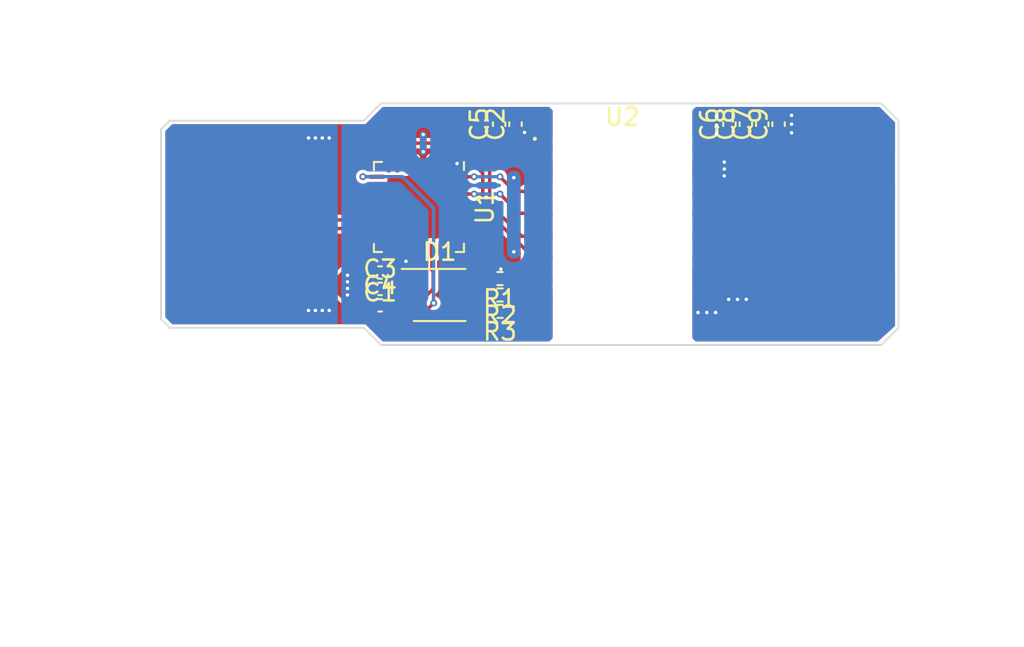
<source format=kicad_pcb>
(kicad_pcb (version 20211014) (generator pcbnew)
  (title_block (title "isolated USB to UART") (date "2022-12-17") (rev "2.1") (company "Peter Züger") (comment 1 "© 2022"))
  (layers (0 "F.Cu" signal) (31 "B.Cu" signal) (34 "B.Paste" user) (35 "F.Paste" user) (36 "B.SilkS" user "B.Silkscreen") (37 "F.SilkS" user "F.Silkscreen") (38 "B.Mask" user) (39 "F.Mask" user) (44 "Edge.Cuts" user))
  (net 0 "")
  (net 1 "GND")
  (net 2 "Net-(C1-Pad2)")
  (net 3 "+5V")
  (net 4 "+5P")
  (net 5 "GNDA")
  (net 6 "/RXLED")
  (net 7 "/TXLED")
  (net 8 "/SLEEP")
  (net 9 "/RTS_DUT")
  (net 10 "/TXD_DUT")
  (net 11 "/CTS_DUT")
  (net 12 "/TXD")
  (net 13 "/RTS")
  (net 14 "/RXD")
  (net 17 "/CTS")
  (net 22 "/RXD_DUT")
  (net 33 "/D+")
  (net 34 "/D-")
  (net 35 "Net-(D1-Pad4)")
  (net 36 "Net-(D1-Pad5)")
  (net 37 "Net-(D1-Pad6)")
  (footprint "Resistor_SMD:R_0402_1005Metric" (layer "F.Cu") (at 107.9 53.15 180)
    (fp_text reference "R1" (at 0 -1.17 180) (layer "F.SilkS"))
    (fp_text value "1k")
    (fp_line (start -0.153641 0.38) (end 0.153641 0.38) (layer "F.SilkS") (width 0.12))
    (fp_line (start -0.153641 -0.38) (end 0.153641 -0.38) (layer "F.SilkS") (width 0.12))
    (pad "1" smd roundrect locked (at -0.51 0 180) (size 0.54 0.64) (layers "F.Cu" "F.Paste" "F.Mask") (net 3 "+5V"))
    (pad "2" smd roundrect locked (at 0.51 0 180) (size 0.54 0.64) (layers "F.Cu" "F.Paste" "F.Mask") (net 37 "Net-(D1-Pad6)"))
  )
  (footprint "Capacitor_SMD:C_0402_1005Metric" (layer "F.Cu") (at 100.95 53.75)
    (fp_text reference "C3" (at 0 -1.16) (layer "F.SilkS"))
    (fp_text value "100n")
    (fp_line (start -0.107836 -0.36) (end 0.107836 -0.36) (layer "F.SilkS") (width 0.12))
    (fp_line (start -0.107836 0.36) (end 0.107836 0.36) (layer "F.SilkS") (width 0.12))
    (pad "1" smd roundrect locked (at -0.48 0) (size 0.56 0.62) (layers "F.Cu" "F.Paste" "F.Mask") (net 3 "+5V"))
    (pad "2" smd roundrect locked (at 0.48 0) (size 0.56 0.62) (layers "F.Cu" "F.Paste" "F.Mask") (net 1 "GND"))
  )
  (footprint "Resistor_SMD:R_0402_1005Metric" (layer "F.Cu") (at 107.9 55.05 180)
    (fp_text reference locked "R3" (at 0 -1.17 180) (layer "F.SilkS"))
    (fp_text value "1k")
    (fp_line (start -0.153641 -0.38) (end 0.153641 -0.38) (layer "F.SilkS") (width 0.12))
    (fp_line (start -0.153641 0.38) (end 0.153641 0.38) (layer "F.SilkS") (width 0.12))
    (pad "1" smd roundrect locked (at -0.51 0 180) (size 0.54 0.64) (layers "F.Cu" "F.Paste" "F.Mask") (net 3 "+5V"))
    (pad "2" smd roundrect locked (at 0.51 0 180) (size 0.54 0.64) (layers "F.Cu" "F.Paste" "F.Mask") (net 35 "Net-(D1-Pad4)"))
  )
  (footprint "KiKit:Tab" (layer "F.Cu") (at 112 57 90)
    (fp_text reference "REF**" hide)
    (fp_text value "Tab" hide)
  )
  (footprint "Capacitor_SMD:C_0402_1005Metric" (layer "F.Cu") (at 107.85 44.2 90)
    (fp_text reference "C5" (at 0 -1.16 90) (layer "F.SilkS"))
    (fp_text value "10u")
    (fp_line (start -0.107836 -0.36) (end 0.107836 -0.36) (layer "F.SilkS") (width 0.12))
    (fp_line (start -0.107836 0.36) (end 0.107836 0.36) (layer "F.SilkS") (width 0.12))
    (pad "1" smd roundrect locked (at -0.48 0 90) (size 0.56 0.62) (layers "F.Cu" "F.Paste" "F.Mask") (net 3 "+5V"))
    (pad "2" smd roundrect locked (at 0.48 0 90) (size 0.56 0.62) (layers "F.Cu" "F.Paste" "F.Mask") (net 1 "GND"))
  )
  (footprint "USBtoUART:SOIC-16W_7.5x10.3mm_P1.27mm_HV" (layer "F.Cu") (at 115 50)
    (fp_text reference "U2" (at 0 -6.223 unlocked) (layer "F.SilkS"))
    (fp_text value "ISOW7842D")
    (fp_circle (center -5.08 -4.953) (end -5.08 -4.953) (layer "F.SilkS") (width 0.12) (fill none))
    (pad "1" smd roundrect locked (at -4.875 -4.379) (size 1.65 0.6) (layers "F.Cu" "F.Paste" "F.Mask") (net 3 "+5V"))
    (pad "2" smd roundrect locked (at -4.875 -3.109) (size 1.65 0.6) (layers "F.Cu" "F.Paste" "F.Mask") (net 1 "GND"))
    (pad "3" smd roundrect locked (at -4.875 -1.839) (size 1.65 0.6) (layers "F.Cu" "F.Paste" "F.Mask") (net 13 "/RTS"))
    (pad "4" smd roundrect locked (at -4.875 -0.569) (size 1.65 0.6) (layers "F.Cu" "F.Paste" "F.Mask") (net 12 "/TXD"))
    (pad "5" smd roundrect locked (at -4.875 0.701) (size 1.65 0.6) (layers "F.Cu" "F.Paste" "F.Mask") (net 17 "/CTS"))
    (pad "6" smd roundrect locked (at -4.875 1.971) (size 1.65 0.6) (layers "F.Cu" "F.Paste" "F.Mask") (net 14 "/RXD"))
    (pad "7" smd roundrect locked (at -4.875 3.241) (size 1.65 0.6) (layers "F.Cu" "F.Paste" "F.Mask"))
    (pad "8" smd roundrect locked (at -4.875 4.511) (size 1.65 0.6) (layers "F.Cu" "F.Paste" "F.Mask") (net 1 "GND"))
    (pad "9" smd roundrect locked (at 4.875 4.511) (size 1.65 0.6) (layers "F.Cu" "F.Paste" "F.Mask") (net 5 "GNDA"))
    (pad "10" smd roundrect locked (at 4.875 3.241) (size 1.65 0.6) (layers "F.Cu" "F.Paste" "F.Mask") (net 5 "GNDA"))
    (pad "11" smd roundrect locked (at 4.875 1.971) (size 1.65 0.6) (layers "F.Cu" "F.Paste" "F.Mask") (net 22 "/RXD_DUT"))
    (pad "12" smd roundrect locked (at 4.875 0.701) (size 1.65 0.6) (layers "F.Cu" "F.Paste" "F.Mask") (net 11 "/CTS_DUT"))
    (pad "13" smd roundrect locked (at 4.875 -0.569) (size 1.65 0.6) (layers "F.Cu" "F.Paste" "F.Mask") (net 10 "/TXD_DUT"))
    (pad "14" smd roundrect locked (at 4.875 -1.839) (size 1.65 0.6) (layers "F.Cu" "F.Paste" "F.Mask") (net 9 "/RTS_DUT"))
    (pad "15" smd roundrect locked (at 4.875 -3.109) (size 1.65 0.6) (layers "F.Cu" "F.Paste" "F.Mask") (net 5 "GNDA"))
    (pad "16" smd roundrect locked (at 4.875 -4.379) (size 1.65 0.6) (layers "F.Cu" "F.Paste" "F.Mask") (net 4 "+5P"))
  )
  (footprint "USBtoUART:Micro-MaTch_6" (layer "F.Cu") (at 126 50 -90)
    (fp_text reference "J1" hide)
    (fp_text value "Micro-MaTch_6")
    (pad "1" smd rect locked (at -3.175 -3 270) (size 1.5 3) (layers "F.Cu" "F.Paste" "F.Mask") (net 4 "+5P"))
    (pad "2" smd rect locked (at -1.905 3 270) (size 1.5 3) (layers "F.Cu" "F.Paste" "F.Mask") (net 9 "/RTS_DUT"))
    (pad "3" smd rect locked (at -0.635 -3 270) (size 1.5 3) (layers "F.Cu" "F.Paste" "F.Mask") (net 10 "/TXD_DUT"))
    (pad "4" smd rect locked (at 0.635 3 270) (size 1.5 3) (layers "F.Cu" "F.Paste" "F.Mask") (net 11 "/CTS_DUT"))
    (pad "5" smd rect locked (at 1.905 -3 270) (size 1.5 3) (layers "F.Cu" "F.Paste" "F.Mask") (net 22 "/RXD_DUT"))
    (pad "6" smd rect locked (at 3.175 3 270) (size 1.5 3) (layers "F.Cu" "F.Paste" "F.Mask") (net 5 "GNDA"))
  )
  (footprint "Package_DFN_QFN:QFN-32-1EP_5x5mm_P0.5mm_EP3.3x3.3mm" (layer "F.Cu") (at 103.2 49 -90)
    (fp_text reference "U1" (at 0 -3.82 -90) (layer "F.SilkS"))
    (fp_text value "FT232RQ")
    (fp_line (start -2.135 2.61) (end -2.61 2.61) (layer "F.SilkS") (width 0.12))
    (fp_line (start -2.61 2.61) (end -2.61 2.135) (layer "F.SilkS") (width 0.12))
    (fp_line (start 2.135 -2.61) (end 2.61 -2.61) (layer "F.SilkS") (width 0.12))
    (fp_line (start 2.61 -2.61) (end 2.61 -2.135) (layer "F.SilkS") (width 0.12))
    (fp_line (start 2.135 2.61) (end 2.61 2.61) (layer "F.SilkS") (width 0.12))
    (fp_line (start -2.135 -2.61) (end -2.61 -2.61) (layer "F.SilkS") (width 0.12))
    (fp_line (start 2.61 2.61) (end 2.61 2.135) (layer "F.SilkS") (width 0.12))
    (pad "1" smd roundrect locked (at -2.4375 -1.75 270) (size 0.875 0.25) (layers "F.Cu" "F.Paste" "F.Mask") (net 3 "+5V"))
    (pad "2" smd roundrect locked (at -2.4375 -1.25 270) (size 0.875 0.25) (layers "F.Cu" "F.Paste" "F.Mask") (net 14 "/RXD"))
    (pad "3" smd roundrect locked (at -2.4375 -0.75 270) (size 0.875 0.25) (layers "F.Cu" "F.Paste" "F.Mask"))
    (pad "4" smd roundrect locked (at -2.4375 -0.25 270) (size 0.875 0.25) (layers "F.Cu" "F.Paste" "F.Mask") (net 1 "GND"))
    (pad "5" smd roundrect locked (at -2.4375 0.25 270) (size 0.875 0.25) (layers "F.Cu" "F.Paste" "F.Mask"))
    (pad "6" smd roundrect locked (at -2.4375 0.75 270) (size 0.875 0.25) (layers "F.Cu" "F.Paste" "F.Mask"))
    (pad "7" smd roundrect locked (at -2.4375 1.25 270) (size 0.875 0.25) (layers "F.Cu" "F.Paste" "F.Mask"))
    (pad "8" smd roundrect locked (at -2.4375 1.75 270) (size 0.875 0.25) (layers "F.Cu" "F.Paste" "F.Mask") (net 17 "/CTS"))
    (pad "9" smd roundrect locked (at -1.75 2.4375 270) (size 0.25 0.875) (layers "F.Cu" "F.Paste" "F.Mask") (net 8 "/SLEEP"))
    (pad "10" smd roundrect locked (at -1.25 2.4375 270) (size 0.25 0.875) (layers "F.Cu" "F.Paste" "F.Mask"))
    (pad "11" smd roundrect locked (at -0.75 2.4375 270) (size 0.25 0.875) (layers "F.Cu" "F.Paste" "F.Mask"))
    (pad "12" smd roundrect locked (at -0.25 2.4375 270) (size 0.25 0.875) (layers "F.Cu" "F.Paste" "F.Mask"))
    (pad "13" smd roundrect locked (at 0.25 2.4375 270) (size 0.25 0.875) (layers "F.Cu" "F.Paste" "F.Mask"))
    (pad "14" smd roundrect locked (at 0.75 2.4375 270) (size 0.25 0.875) (layers "F.Cu" "F.Paste" "F.Mask") (net 33 "/D+"))
    (pad "15" smd roundrect locked (at 1.25 2.4375 270) (size 0.25 0.875) (layers "F.Cu" "F.Paste" "F.Mask") (net 34 "/D-"))
    (pad "16" smd roundrect locked (at 1.75 2.4375 270) (size 0.25 0.875) (layers "F.Cu" "F.Paste" "F.Mask") (net 2 "Net-(C1-Pad2)"))
    (pad "17" smd roundrect locked (at 2.4375 1.75 270) (size 0.875 0.25) (layers "F.Cu" "F.Paste" "F.Mask") (net 1 "GND"))
    (pad "18" smd roundrect locked (at 2.4375 1.25 270) (size 0.875 0.25) (layers "F.Cu" "F.Paste" "F.Mask"))
    (pad "19" smd roundrect locked (at 2.4375 0.75 270) (size 0.875 0.25) (layers "F.Cu" "F.Paste" "F.Mask") (net 3 "+5V"))
    (pad "20" smd roundrect locked (at 2.4375 0.25 270) (size 0.875 0.25) (layers "F.Cu" "F.Paste" "F.Mask") (net 1 "GND"))
    (pad "21" smd roundrect locked (at 2.4375 -0.25 270) (size 0.875 0.25) (layers "F.Cu" "F.Paste" "F.Mask") (net 6 "/RXLED"))
    (pad "22" smd roundrect locked (at 2.4375 -0.75 270) (size 0.875 0.25) (layers "F.Cu" "F.Paste" "F.Mask") (net 7 "/TXLED"))
    (pad "23" smd roundrect locked (at 2.4375 -1.25 270) (size 0.875 0.25) (layers "F.Cu" "F.Paste" "F.Mask"))
    (pad "24" smd roundrect locked (at 2.4375 -1.75 270) (size 0.875 0.25) (layers "F.Cu" "F.Paste" "F.Mask") (net 1 "GND"))
    (pad "25" smd roundrect locked (at 1.75 -2.4375 270) (size 0.25 0.875) (layers "F.Cu" "F.Paste" "F.Mask"))
    (pad "26" smd roundrect locked (at 1.25 -2.4375 270) (size 0.25 0.875) (layers "F.Cu" "F.Paste" "F.Mask") (net 1 "GND"))
    (pad "27" smd roundrect locked (at 0.75 -2.4375 270) (size 0.25 0.875) (layers "F.Cu" "F.Paste" "F.Mask"))
    (pad "28" smd roundrect locked (at 0.25 -2.4375 270) (size 0.25 0.875) (layers "F.Cu" "F.Paste" "F.Mask"))
    (pad "29" smd roundrect locked (at -0.25 -2.4375 270) (size 0.25 0.875) (layers "F.Cu" "F.Paste" "F.Mask"))
    (pad "30" smd roundrect locked (at -0.75 -2.4375 270) (size 0.25 0.875) (layers "F.Cu" "F.Paste" "F.Mask") (net 12 "/TXD"))
    (pad "31" smd roundrect locked (at -1.25 -2.4375 270) (size 0.25 0.875) (layers "F.Cu" "F.Paste" "F.Mask"))
    (pad "32" smd roundrect locked (at -1.75 -2.4375 270) (size 0.25 0.875) (layers "F.Cu" "F.Paste" "F.Mask") (net 13 "/RTS"))
    (pad "33" smd rect locked (at 0 0 270) (size 3.3 3.3) (layers "F.Cu" "F.Mask") (net 1 "GND"))
  )
  (footprint "Capacitor_SMD:C_0402_1005Metric" (layer "F.Cu") (at 100.95 52.8 180)
    (fp_text reference "C1" (at 0 -1.16 180) (layer "F.SilkS"))
    (fp_text value "100n")
    (fp_line (start -0.107836 0.36) (end 0.107836 0.36) (layer "F.SilkS") (width 0.12))
    (fp_line (start -0.107836 -0.36) (end 0.107836 -0.36) (layer "F.SilkS") (width 0.12))
    (pad "1" smd roundrect locked (at -0.48 0 180) (size 0.56 0.62) (layers "F.Cu" "F.Paste" "F.Mask") (net 1 "GND"))
    (pad "2" smd roundrect locked (at 0.48 0 180) (size 0.56 0.62) (layers "F.Cu" "F.Paste" "F.Mask") (net 2 "Net-(C1-Pad2)"))
  )
  (footprint "Capacitor_SMD:C_0402_1005Metric" (layer "F.Cu") (at 100.95 54.7)
    (fp_text reference "C4" (at 0 -1.16) (layer "F.SilkS"))
    (fp_text value "10u")
    (fp_line (start -0.107836 0.36) (end 0.107836 0.36) (layer "F.SilkS") (width 0.12))
    (fp_line (start -0.107836 -0.36) (end 0.107836 -0.36) (layer "F.SilkS") (width 0.12))
    (pad "1" smd roundrect locked (at -0.48 0) (size 0.56 0.62) (layers "F.Cu" "F.Paste" "F.Mask") (net 3 "+5V"))
    (pad "2" smd roundrect locked (at 0.48 0) (size 0.56 0.62) (layers "F.Cu" "F.Paste" "F.Mask") (net 1 "GND"))
  )
  (footprint "Capacitor_SMD:C_0402_1005Metric" (layer "F.Cu") (at 122.15 44.2 90)
    (fp_text reference "C8" (at 0 -1.16 90) (layer "F.SilkS"))
    (fp_text value "10u")
    (fp_line (start -0.107836 -0.36) (end 0.107836 -0.36) (layer "F.SilkS") (width 0.12))
    (fp_line (start -0.107836 0.36) (end 0.107836 0.36) (layer "F.SilkS") (width 0.12))
    (pad "1" smd roundrect locked (at -0.48 0 90) (size 0.56 0.62) (layers "F.Cu" "F.Paste" "F.Mask") (net 4 "+5P"))
    (pad "2" smd roundrect locked (at 0.48 0 90) (size 0.56 0.62) (layers "F.Cu" "F.Paste" "F.Mask") (net 5 "GNDA"))
  )
  (footprint "LED_SMD:LED_Avago_PLCC6_3x2.8mm" (layer "F.Cu") (at 104.4 54.102)
    (fp_text reference "D1" (at 0 -2.5) (layer "F.SilkS"))
    (fp_text value "ASMT-YTB7-0AA02")
    (fp_line (start -1.5 1.51) (end 1.5 1.51) (layer "F.SilkS") (width 0.12))
    (fp_line (start -2.2 -1.51) (end 1.5 -1.51) (layer "F.SilkS") (width 0.12))
    (pad "1" smd rect locked (at -1.475 -0.9) (size 1.6 0.5) (layers "F.Cu" "F.Paste" "F.Mask") (net 6 "/RXLED"))
    (pad "2" smd rect locked (at -1.475 0) (size 1.6 0.5) (layers "F.Cu" "F.Paste" "F.Mask") (net 7 "/TXLED"))
    (pad "3" smd rect locked (at -1.475 0.9) (size 1.6 0.5) (layers "F.Cu" "F.Paste" "F.Mask") (net 8 "/SLEEP"))
    (pad "4" smd rect locked (at 1.475 0.9) (size 1.6 0.5) (layers "F.Cu" "F.Paste" "F.Mask") (net 35 "Net-(D1-Pad4)"))
    (pad "5" smd rect locked (at 1.475 0) (size 1.6 0.5) (layers "F.Cu" "F.Paste" "F.Mask") (net 36 "Net-(D1-Pad5)"))
    (pad "6" smd rect locked (at 1.475 -0.9) (size 1.6 0.5) (layers "F.Cu" "F.Paste" "F.Mask") (net 37 "Net-(D1-Pad6)"))
  )
  (footprint "KiKit:Tab" (layer "F.Cu") (at 130.5 43.5 -135)
    (fp_text reference "REF**" hide)
    (fp_text value "Tab" hide)
  )
  (footprint "Capacitor_SMD:C_0402_1005Metric" (layer "F.Cu") (at 123.1 44.2 90)
    (fp_text reference "C7" (at 0 -1.16 90) (layer "F.SilkS"))
    (fp_text value "100n")
    (fp_line (start -0.107836 -0.36) (end 0.107836 -0.36) (layer "F.SilkS") (width 0.12))
    (fp_line (start -0.107836 0.36) (end 0.107836 0.36) (layer "F.SilkS") (width 0.12))
    (pad "1" smd roundrect locked (at -0.48 0 90) (size 0.56 0.62) (layers "F.Cu" "F.Paste" "F.Mask") (net 4 "+5P"))
    (pad "2" smd roundrect locked (at 0.48 0 90) (size 0.56 0.62) (layers "F.Cu" "F.Paste" "F.Mask") (net 5 "GNDA"))
  )
  (footprint "Capacitor_SMD:C_0402_1005Metric" (layer "F.Cu") (at 121.2 44.2 90)
    (fp_text reference "C6" (at 0 -1.16 90) (layer "F.SilkS"))
    (fp_text value "100n")
    (fp_line (start -0.107836 -0.36) (end 0.107836 -0.36) (layer "F.SilkS") (width 0.12))
    (fp_line (start -0.107836 0.36) (end 0.107836 0.36) (layer "F.SilkS") (width 0.12))
    (pad "1" smd roundrect locked (at -0.48 0 90) (size 0.56 0.62) (layers "F.Cu" "F.Paste" "F.Mask") (net 4 "+5P"))
    (pad "2" smd roundrect locked (at 0.48 0 90) (size 0.56 0.62) (layers "F.Cu" "F.Paste" "F.Mask") (net 5 "GNDA"))
  )
  (footprint "Capacitor_SMD:C_0402_1005Metric" (layer "F.Cu") (at 124.05 44.2 90)
    (fp_text reference "C9" (at 0 -1.16 90) (layer "F.SilkS"))
    (fp_text value "10u")
    (fp_line (start -0.107836 0.36) (end 0.107836 0.36) (layer "F.SilkS") (width 0.12))
    (fp_line (start -0.107836 -0.36) (end 0.107836 -0.36) (layer "F.SilkS") (width 0.12))
    (pad "1" smd roundrect locked (at -0.48 0 90) (size 0.56 0.62) (layers "F.Cu" "F.Paste" "F.Mask") (net 4 "+5P"))
    (pad "2" smd roundrect locked (at 0.48 0 90) (size 0.56 0.62) (layers "F.Cu" "F.Paste" "F.Mask") (net 5 "GNDA"))
  )
  (footprint "KiKit:Tab" (layer "F.Cu") (at 112 43 -90)
    (fp_text reference "REF**" hide)
    (fp_text value "Tab" hide)
  )
  (footprint "USBtoUART:USB_A" (layer "F.Cu") (at 100 50)
    (fp_text reference "USB1" hide)
    (fp_text value "USB_A")
    (fp_line (start 0 -6) (end -11.25 -6) (layer "Edge.Cuts") (width 0.1))
    (fp_line (start -11.25 6) (end 0 6) (layer "Edge.Cuts") (width 0.1))
    (fp_line (start -11.75 -5.5) (end -11.75 5.5) (layer "Edge.Cuts") (width 0.1))
    (fp_line (start -11.25 6) (end -11.75 5.5) (layer "Edge.Cuts") (width 0.1))
    (fp_line (start -11.75 -5.5) (end -11.25 -6) (layer "Edge.Cuts") (width 0.1))
    (pad "1" smd roundrect locked (at -6.8 3.5) (size 7.4 1.2) (layers "F.Cu" "F.Mask") (net 3 "+5V"))
    (pad "2" smd roundrect locked (at -6.3 1) (size 6.4 1.2) (layers "F.Cu" "F.Mask") (net 34 "/D-"))
    (pad "3" smd roundrect locked (at -6.3 -1) (size 6.4 1.2) (layers "F.Cu" "F.Mask") (net 33 "/D+"))
    (pad "4" smd roundrect locked (at -6.8 -3.5) (size 7.4 1.2) (layers "F.Cu" "F.Mask") (net 1 "GND"))
    (zone (net 0) (net_name "") (layers F&B.Cu) (connect_pads (clearance 0)) (min_thickness 0.254)
      (keepout (tracks not_allowed) (vias not_allowed) (pads not_allowed) (copperpour not_allowed) (footprints not_allowed))
      (fill (thermal_gap 0.508) (thermal_bridge_width 0.508))
      (polygon (pts (xy 100 44) (xy 88.7 44) (xy 88.2 44.5) (xy 88.2 55.5) (xy 88.7 56) (xy 100 56) (xy 100 58) (xy 86 58) (xy 86 42) (xy 100 42)))
    )
  )
  (footprint "Capacitor_SMD:C_0402_1005Metric" (layer "F.Cu") (at 108.8 44.2 90)
    (fp_text reference "C2" (at 0 -1.16 90) (layer "F.SilkS"))
    (fp_text value "100n")
    (fp_line (start -0.107836 0.36) (end 0.107836 0.36) (layer "F.SilkS") (width 0.12))
    (fp_line (start -0.107836 -0.36) (end 0.107836 -0.36) (layer "F.SilkS") (width 0.12))
    (pad "1" smd roundrect locked (at -0.48 0 90) (size 0.56 0.62) (layers "F.Cu" "F.Paste" "F.Mask") (net 3 "+5V"))
    (pad "2" smd roundrect locked (at 0.48 0 90) (size 0.56 0.62) (layers "F.Cu" "F.Paste" "F.Mask") (net 1 "GND"))
  )
  (footprint "Resistor_SMD:R_0402_1005Metric" (layer "F.Cu") (at 107.9 54.102 180)
    (fp_text reference "R2" (at 0 -1.17 180) (layer "F.SilkS"))
    (fp_text value "1k")
    (fp_line (start -0.153641 0.38) (end 0.153641 0.38) (layer "F.SilkS") (width 0.12))
    (fp_line (start -0.153641 -0.38) (end 0.153641 -0.38) (layer "F.SilkS") (width 0.12))
    (pad "1" smd roundrect locked (at -0.51 0 180) (size 0.54 0.64) (layers "F.Cu" "F.Paste" "F.Mask") (net 3 "+5V"))
    (pad "2" smd roundrect locked (at 0.51 0 180) (size 0.54 0.64) (layers "F.Cu" "F.Paste" "F.Mask") (net 36 "Net-(D1-Pad5)"))
  )
  (footprint "KiKit:Tab" (layer "F.Cu") (at 130.5 56.5 135)
    (fp_text reference "REF**" hide)
    (fp_text value "Tab" hide)
  )
  (gr_line locked (start 100 56) (end 101 57) (layer "Edge.Cuts") (width 0.1))
  (gr_line locked (start 101 43) (end 130 43) (layer "Edge.Cuts") (width 0.1))
  (gr_line locked (start 100 44) (end 101 43) (layer "Edge.Cuts") (width 0.1))
  (gr_line locked (start 131 56) (end 131 44) (layer "Edge.Cuts") (width 0.1))
  (gr_line locked (start 131 56) (end 130 57) (layer "Edge.Cuts") (width 0.1))
  (gr_line locked (start 130 43) (end 131 44) (layer "Edge.Cuts") (width 0.1))
  (gr_line locked (start 101 57) (end 130 57) (layer "Edge.Cuts") (width 0.1))
  (segment locked (start 104.45 50.25) (end 103.2 49) (width 0.2) (layer "F.Cu") (net 1))
  (segment locked (start 103.45 48.75) (end 103.2 49) (width 0.2) (layer "F.Cu") (net 1))
  (via blind locked (at 103.45 44.8) (size 0.4) (drill 0.2) (layers "F.Cu" "B.Cu") (net 1))
  (via blind locked (at 97.6 55) (size 0.4) (drill 0.2) (layers "F.Cu" "B.Cu") (net 1))
  (via blind locked (at 97.2 45) (size 0.4) (drill 0.2) (layers "F.Cu" "B.Cu") (net 1))
  (via blind locked (at 98 55) (size 0.4) (drill 0.2) (layers "F.Cu" "B.Cu") (net 1))
  (via blind locked (at 108.7 47.3) (size 0.4) (drill 0.2) (layers "F.Cu" "B.Cu") (net 1))
  (via blind locked (at 96.8 45) (size 0.4) (drill 0.2) (layers "F.Cu" "B.Cu") (net 1))
  (via blind locked (at 97.6 45) (size 0.4) (drill 0.2) (layers "F.Cu" "B.Cu") (net 1))
  (via blind locked (at 98 45) (size 0.4) (drill 0.2) (layers "F.Cu" "B.Cu") (net 1))
  (via blind locked (at 96.8 55) (size 0.4) (drill 0.2) (layers "F.Cu" "B.Cu") (net 1))
  (via blind locked (at 108.7 51.6) (size 0.4) (drill 0.2) (layers "F.Cu" "B.Cu") (net 1))
  (via blind locked (at 97.2 55) (size 0.4) (drill 0.2) (layers "F.Cu" "B.Cu") (net 1))
  (via blind locked (at 103.45 45.8) (size 0.4) (drill 0.2) (layers "F.Cu" "B.Cu") (net 1))
  (segment locked (start 103.45 44.8) (end 103.45 45.8) (width 0.4) (layer "B.Cu") (net 1))
  (segment locked (start 108.7 47.3) (end 108.7 51.6) (width 0.8) (layer "B.Cu") (net 1))
  (segment locked (start 100.47 52.8) (end 100.47 51.63) (width 0.3) (layer "F.Cu") (net 2))
  (segment locked (start 100.7625 51.3375) (end 100.7625 50.775) (width 0.3) (layer "F.Cu") (net 2))
  (segment locked (start 100.47 51.63) (end 100.7625 51.3375) (width 0.3) (layer "F.Cu") (net 2))
  (segment locked (start 108.41 53.213) (end 108.41 53.06) (width 0.4) (layer "F.Cu") (net 3))
  (segment locked (start 99.06 52.959) (end 99.06 54.102) (width 0.8) (layer "F.Cu") (net 3))
  (segment locked (start 105.3295 46.5625) (end 105.41 46.482) (width 0.2) (layer "F.Cu") (net 3))
  (segment locked (start 109.32 44.68) (end 109.33 44.68) (width 0.4) (layer "F.Cu") (net 3))
  (segment locked (start 100.42 54.7) (end 99.658 54.7) (width 0.4) (layer "F.Cu") (net 3))
  (segment locked (start 104.95 46.5625) (end 105.3295 46.5625) (width 0.2) (layer "F.Cu") (net 3))
  (segment locked (start 108.41 53.213) (end 108.41 55) (width 0.4) (layer "F.Cu") (net 3))
  (segment locked (start 93.2 53.5) (end 98.519 53.5) (width 0.8) (layer "F.Cu") (net 3))
  (segment locked (start 98.519 53.5) (end 98.519 53.561) (width 0.8) (layer "F.Cu") (net 3))
  (segment locked (start 99.089 53.75) (end 100.42 53.75) (width 0.4) (layer "F.Cu") (net 3))
  (segment locked (start 107.85 44.68) (end 109.32 44.68) (width 0.4) (layer "F.Cu") (net 3))
  (segment locked (start 102.45 51.4375) (end 102.45 52.15) (width 0.2) (layer "F.Cu") (net 3))
  (segment locked (start 108.41 53.06) (end 107.95 52.6) (width 0.4) (layer "F.Cu") (net 3))
  (segment locked (start 109.33 44.68) (end 110.125 45.475) (width 0.4) (layer "F.Cu") (net 3))
  (segment locked (start 98.519 53.561) (end 99.06 54.102) (width 0.8) (layer "F.Cu") (net 3))
  (segment locked (start 99.658 54.7) (end 99.06 54.102) (width 0.4) (layer "F.Cu") (net 3))
  (segment locked (start 110.125 45.475) (end 110.125 45.621) (width 0.4) (layer "F.Cu") (net 3))
  (segment locked (start 99.06 53.721) (end 99.089 53.75) (width 0.4) (layer "F.Cu") (net 3))
  (segment locked (start 98.519 53.5) (end 99.06 52.959) (width 0.8) (layer "F.Cu") (net 3))
  (via blind locked (at 105.41 46.482) (size 0.4) (drill 0.2) (layers "F.Cu" "B.Cu") (net 3))
  (via blind locked (at 99.06 53.721) (size 0.4) (drill 0.2) (layers "F.Cu" "B.Cu") (net 3))
  (via blind locked (at 99.06 53.34) (size 0.4) (drill 0.2) (layers "F.Cu" "B.Cu") (net 3))
  (via blind locked (at 107.95 52.6) (size 0.4) (drill 0.2) (layers "F.Cu" "B.Cu") (net 3))
  (via blind locked (at 109.32 44.68) (size 0.4) (drill 0.2) (layers "F.Cu" "B.Cu") (net 3))
  (via blind locked (at 102.45 52.15) (size 0.4) (drill 0.2) (layers "F.Cu" "B.Cu") (net 3))
  (via blind locked (at 99.06 52.959) (size 0.4) (drill 0.2) (layers "F.Cu" "B.Cu") (net 3))
  (via blind locked (at 99.06 54.102) (size 0.4) (drill 0.2) (layers "F.Cu" "B.Cu") (net 3))
  (segment locked (start 127.73 45.555) (end 124.806471 45.555) (width 0.4) (layer "F.Cu") (net 4))
  (segment locked (start 124.806471 45.555) (end 124.05 44.798529) (width 0.4) (layer "F.Cu") (net 4))
  (segment locked (start 121.2 44.852529) (end 121.2 44.68) (width 0.4) (layer "F.Cu") (net 4))
  (segment locked (start 129 46.825) (end 127.73 45.555) (width 0.4) (layer "F.Cu") (net 4))
  (segment locked (start 124.05 44.68) (end 121.2 44.68) (width 0.4) (layer "F.Cu") (net 4))
  (segment locked (start 120.431529 45.621) (end 121.2 44.852529) (width 0.4) (layer "F.Cu") (net 4))
  (segment locked (start 124.05 44.798529) (end 124.05 44.68) (width 0.4) (layer "F.Cu") (net 4))
  (segment locked (start 119.875 45.621) (end 120.431529 45.621) (width 0.4) (layer "F.Cu") (net 4))
  (via blind locked (at 120.396 55.118) (size 0.4) (drill 0.2) (layers "F.Cu" "B.Cu") (net 5))
  (via blind locked (at 124.8 44.2) (size 0.4) (drill 0.2) (layers "F.Cu" "B.Cu") (net 5))
  (via blind locked (at 121.158 54.356) (size 0.4) (drill 0.2) (layers "F.Cu" "B.Cu") (net 5))
  (via blind locked (at 121.666 54.356) (size 0.4) (drill 0.2) (layers "F.Cu" "B.Cu") (net 5))
  (via blind locked (at 119.38 55.118) (size 0.4) (drill 0.2) (layers "F.Cu" "B.Cu") (net 5))
  (via blind locked (at 120.45 43.75) (size 0.4) (drill 0.2) (layers "F.Cu" "B.Cu") (net 5))
  (via blind locked (at 119.888 55.118) (size 0.4) (drill 0.2) (layers "F.Cu" "B.Cu") (net 5))
  (via blind locked (at 124.8 44.7) (size 0.4) (drill 0.2) (layers "F.Cu" "B.Cu") (net 5))
  (via blind locked (at 120.45 44.754) (size 0.4) (drill 0.2) (layers "F.Cu" "B.Cu") (net 5))
  (via blind locked (at 120.9 47.2) (size 0.4) (drill 0.2) (layers "F.Cu" "B.Cu") (net 5))
  (via blind locked (at 120.9 46.8) (size 0.4) (drill 0.2) (layers "F.Cu" "B.Cu") (net 5))
  (via blind locked (at 120.45 44.25) (size 0.4) (drill 0.2) (layers "F.Cu" "B.Cu") (net 5))
  (via blind locked (at 122.174 54.356) (size 0.4) (drill 0.2) (layers "F.Cu" "B.Cu") (net 5))
  (via blind locked (at 124.8 43.688) (size 0.4) (drill 0.2) (layers "F.Cu" "B.Cu") (net 5))
  (via blind locked (at 120.9 46.4) (size 0.4) (drill 0.2) (layers "F.Cu" "B.Cu") (net 5))
  (segment locked (start 102.919 53.202) (end 103.45 52.671) (width 0.2) (layer "F.Cu") (net 6))
  (segment locked (start 103.45 52.671) (end 103.45 51.4375) (width 0.2) (layer "F.Cu") (net 6))
  (segment locked (start 104.025 53.752) (end 103.675 54.102) (width 0.2) (layer "F.Cu") (net 7))
  (segment locked (start 103.95 51.4375) (end 103.95 52.652) (width 0.2) (layer "F.Cu") (net 7))
  (segment locked (start 103.95 52.652) (end 104.025 52.727) (width 0.2) (layer "F.Cu") (net 7))
  (segment locked (start 103.505 54.102) (end 102.919 54.102) (width 0.2) (layer "F.Cu") (net 7))
  (segment locked (start 103.675 54.102) (end 102.925 54.102) (width 0.2) (layer "F.Cu") (net 7))
  (segment locked (start 104.025 52.727) (end 104.025 53.752) (width 0.2) (layer "F.Cu") (net 7))
  (segment locked (start 103.628313 55.002) (end 102.919 55.002) (width 0.2) (layer "F.Cu") (net 8))
  (segment locked (start 100.7625 47.25) (end 99.955 47.25) (width 0.2) (layer "F.Cu") (net 8))
  (segment locked (start 99.955 47.25) (end 99.949 47.244) (width 0.2) (layer "F.Cu") (net 8))
  (segment locked (start 104.058768 54.571545) (end 103.628313 55.002) (width 0.2) (layer "F.Cu") (net 8))
  (via blind locked (at 104.058768 54.571545) (size 0.4) (drill 0.2) (layers "F.Cu" "B.Cu") (net 8))
  (via blind locked (at 99.949 47.244) (size 0.4) (drill 0.2) (layers "F.Cu" "B.Cu") (net 8))
  (segment locked (start 102.235 47.244) (end 99.949 47.244) (width 0.2) (layer "B.Cu") (net 8))
  (segment locked (start 104.05 49.059) (end 102.235 47.244) (width 0.2) (layer "B.Cu") (net 8))
  (segment locked (start 104.05 54.562777) (end 104.05 49.059) (width 0.2) (layer "B.Cu") (net 8))
  (segment locked (start 104.058768 54.571545) (end 104.05 54.562777) (width 0.2) (layer "B.Cu") (net 8))
  (segment locked (start 119.875 48.161) (end 122.934 48.161) (width 0.4) (layer "F.Cu") (net 9))
  (segment locked (start 122.934 48.161) (end 123 48.095) (width 0.4) (layer "F.Cu") (net 9))
  (segment locked (start 128.934 49.431) (end 129 49.365) (width 0.4) (layer "F.Cu") (net 10))
  (segment locked (start 119.875 49.431) (end 128.934 49.431) (width 0.4) (layer "F.Cu") (net 10))
  (segment locked (start 122.934 50.701) (end 123 50.635) (width 0.4) (layer "F.Cu") (net 11))
  (segment locked (start 119.875 50.701) (end 122.934 50.701) (width 0.4) (layer "F.Cu") (net 11))
  (segment locked (start 105.6375 48.25) (end 106.4 48.25) (width 0.2) (layer "F.Cu") (net 12))
  (segment locked (start 107.9 48.25) (end 109.015 49.365) (width 0.2) (layer "F.Cu") (net 12))
  (segment locked (start 109.015 49.365) (end 110.35 49.365) (width 0.2) (layer "F.Cu") (net 12))
  (via blind locked (at 107.9 48.25) (size 0.4) (drill 0.2) (layers "F.Cu" "B.Cu") (net 12))
  (via blind locked (at 106.4 48.25) (size 0.4) (drill 0.2) (layers "F.Cu" "B.Cu") (net 12))
  (segment locked (start 106.4 48.25) (end 107.9 48.25) (width 0.2) (layer "B.Cu") (net 12))
  (segment locked (start 105.6375 47.25) (end 106.4 47.25) (width 0.2) (layer "F.Cu") (net 13))
  (segment locked (start 107.9 47.25) (end 108.745 48.095) (width 0.2) (layer "F.Cu") (net 13))
  (segment locked (start 108.745 48.095) (end 110.35 48.095) (width 0.2) (layer "F.Cu") (net 13))
  (via blind locked (at 107.9 47.25) (size 0.4) (drill 0.2) (layers "F.Cu" "B.Cu") (net 13))
  (via blind locked (at 106.4 47.25) (size 0.4) (drill 0.2) (layers "F.Cu" "B.Cu") (net 13))
  (segment locked (start 106.4 47.25) (end 107.9 47.25) (width 0.2) (layer "B.Cu") (net 13))
  (segment locked (start 104.45 46.5625) (end 104.45 45.95) (width 0.2) (layer "F.Cu") (net 14))
  (segment locked (start 106.9 49) (end 109.871 51.971) (width 0.2) (layer "F.Cu") (net 14))
  (segment locked (start 106.9 47.042893) (end 106.9 49) (width 0.2) (layer "F.Cu") (net 14))
  (segment locked (start 106.607107 46.75) (end 106.9 47.042893) (width 0.2) (layer "F.Cu") (net 14))
  (segment locked (start 104.45 45.95) (end 104.7 45.7) (width 0.2) (layer "F.Cu") (net 14))
  (segment locked (start 105.55 45.7) (end 106.6 46.75) (width 0.2) (layer "F.Cu") (net 14))
  (segment locked (start 109.871 51.971) (end 110.125 51.971) (width 0.2) (layer "F.Cu") (net 14))
  (segment locked (start 106.6 46.75) (end 106.607107 46.75) (width 0.2) (layer "F.Cu") (net 14))
  (segment locked (start 104.7 45.7) (end 105.55 45.7) (width 0.2) (layer "F.Cu") (net 14))
  (segment locked (start 107.3 46.877207) (end 106.772793 46.35) (width 0.2) (layer "F.Cu") (net 17))
  (segment locked (start 106.765686 46.35) (end 105.715686 45.3) (width 0.2) (layer "F.Cu") (net 17))
  (segment locked (start 105.715686 45.3) (end 101.85 45.3) (width 0.2) (layer "F.Cu") (net 17))
  (segment locked (start 101.85 45.3) (end 101.45 45.7) (width 0.2) (layer "F.Cu") (net 17))
  (segment locked (start 110.125 50.701) (end 109.166686 50.701) (width 0.2) (layer "F.Cu") (net 17))
  (segment locked (start 109.166686 50.701) (end 107.3 48.834314) (width 0.2) (layer "F.Cu") (net 17))
  (segment locked (start 106.772793 46.35) (end 106.765686 46.35) (width 0.2) (layer "F.Cu") (net 17))
  (segment locked (start 101.45 45.7) (end 101.45 46.5625) (width 0.2) (layer "F.Cu") (net 17))
  (segment locked (start 107.3 48.834314) (end 107.3 46.877207) (width 0.2) (layer "F.Cu") (net 17))
  (segment locked (start 128.934 51.971) (end 129 51.905) (width 0.4) (layer "F.Cu") (net 22))
  (segment locked (start 119.875 51.971) (end 128.934 51.971) (width 0.4) (layer "F.Cu") (net 22))
  (segment locked (start 97.05 49.75) (end 100.7625 49.75) (width 0.2) (layer "F.Cu") (net 33))
  (segment locked (start 93.7 49) (end 96.3 49) (width 0.2) (layer "F.Cu") (net 33))
  (segment locked (start 96.3 49) (end 97.05 49.75) (width 0.2) (layer "F.Cu") (net 33))
  (segment locked (start 96.3 51) (end 97.05 50.25) (width 0.2) (layer "F.Cu") (net 34))
  (segment locked (start 97.05 50.25) (end 100.7625 50.25) (width 0.2) (layer "F.Cu") (net 34))
  (segment locked (start 93.7 51) (end 96.3 51) (width 0.2) (layer "F.Cu") (net 34))
  (segment locked (start 107.342 55.002) (end 107.39 55.05) (width 0.4) (layer "F.Cu") (net 35))
  (segment locked (start 105.875 55.002) (end 107.342 55.002) (width 0.4) (layer "F.Cu") (net 35))
  (segment locked (start 105.875 54.102) (end 107.39 54.102) (width 0.4) (layer "F.Cu") (net 36))
  (segment locked (start 105.875 53.202) (end 107.338 53.202) (width 0.4) (layer "F.Cu") (net 37))
  (segment locked (start 107.338 53.202) (end 107.39 53.15) (width 0.4) (layer "F.Cu") (net 37))
  (zone locked (net 5) (net_name "GNDA") (layers F&B.Cu) (name "GND_TOP") (connect_pads yes (clearance 0.2)) (min_thickness 0.2) (fill yes (thermal_gap 0.2) (thermal_bridge_width 0.2))
    (polygon (pts (xy 130.8 44.1) (xy 130.8 55.9) (xy 129.8 56.8) (xy 119.25 56.8) (xy 119.05 56.6) (xy 119.05 43.4) (xy 119.25 43.2) (xy 129.9 43.2)))
  )
  (zone locked (net 1) (net_name "GND") (layer "F.Cu") (name "GND_TOP") (connect_pads yes (clearance 0.2)) (min_thickness 0.2) (fill yes (thermal_gap 0.2) (thermal_bridge_width 0.2))
    (polygon (pts (xy 110.75 43.2) (xy 110.95 43.4) (xy 110.95 56.6) (xy 110.75 56.8) (xy 101.1 56.8) (xy 100.1 55.8) (xy 88.9 55.8) (xy 88.5 55.4) (xy 88.5 44.6) (xy 88.9 44.2) (xy 100.1 44.2) (xy 101.1 43.2)))
  )
  (zone locked (net 0) (net_name "") (layers F&B.Cu "Edge.Cuts") (name "High Voltage Gap") (connect_pads (clearance 0)) (min_thickness 0.254)
    (keepout (tracks not_allowed) (vias not_allowed) (pads not_allowed) (copperpour not_allowed) (footprints allowed))
    (fill (thermal_gap 0.508) (thermal_bridge_width 0.508))
    (polygon (pts (xy 119.05 57.5) (xy 110.95 57.5) (xy 110.95 42.5) (xy 119.05 42.5)))
  )
  (zone locked (net 3) (net_name "+5V") (layer "B.Cu") (name "GND_TOP") (connect_pads yes (clearance 0.2)) (min_thickness 0.2) (fill yes (thermal_gap 0.2) (thermal_bridge_width 0.2))
    (polygon (pts (xy 110.95 43.4) (xy 110.95 56.6) (xy 110.75 56.8) (xy 101.1 56.8) (xy 100.1 55.8) (xy 98.8 55.8) (xy 98.7 55.7) (xy 98.7 44.3) (xy 98.8 44.2) (xy 100.1 44.2) (xy 101.1 43.2) (xy 110.75 43.2)))
  )
  (zone locked (net 1) (net_name "GND") (layer "B.Cu") (name "GND_TOP") (connect_pads yes (clearance 0.2)) (min_thickness 0.2) (fill yes (thermal_gap 0.2) (thermal_bridge_width 0.2))
    (polygon (pts (xy 98.5 44.3) (xy 98.5 55.7) (xy 98.4 55.8) (xy 88.9 55.8) (xy 88.5 55.4) (xy 88.5 44.6) (xy 88.9 44.2) (xy 98.4 44.2)))
  )
)
</source>
